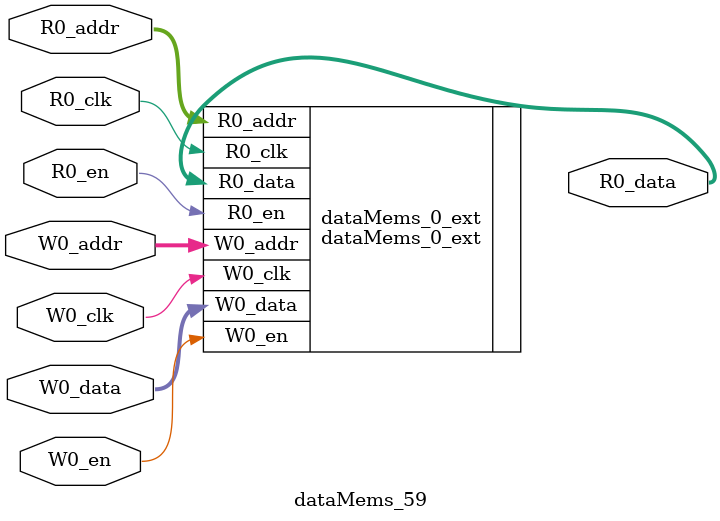
<source format=sv>
`ifndef RANDOMIZE
  `ifdef RANDOMIZE_REG_INIT
    `define RANDOMIZE
  `endif // RANDOMIZE_REG_INIT
`endif // not def RANDOMIZE
`ifndef RANDOMIZE
  `ifdef RANDOMIZE_MEM_INIT
    `define RANDOMIZE
  `endif // RANDOMIZE_MEM_INIT
`endif // not def RANDOMIZE

`ifndef RANDOM
  `define RANDOM $random
`endif // not def RANDOM

// Users can define 'PRINTF_COND' to add an extra gate to prints.
`ifndef PRINTF_COND_
  `ifdef PRINTF_COND
    `define PRINTF_COND_ (`PRINTF_COND)
  `else  // PRINTF_COND
    `define PRINTF_COND_ 1
  `endif // PRINTF_COND
`endif // not def PRINTF_COND_

// Users can define 'ASSERT_VERBOSE_COND' to add an extra gate to assert error printing.
`ifndef ASSERT_VERBOSE_COND_
  `ifdef ASSERT_VERBOSE_COND
    `define ASSERT_VERBOSE_COND_ (`ASSERT_VERBOSE_COND)
  `else  // ASSERT_VERBOSE_COND
    `define ASSERT_VERBOSE_COND_ 1
  `endif // ASSERT_VERBOSE_COND
`endif // not def ASSERT_VERBOSE_COND_

// Users can define 'STOP_COND' to add an extra gate to stop conditions.
`ifndef STOP_COND_
  `ifdef STOP_COND
    `define STOP_COND_ (`STOP_COND)
  `else  // STOP_COND
    `define STOP_COND_ 1
  `endif // STOP_COND
`endif // not def STOP_COND_

// Users can define INIT_RANDOM as general code that gets injected into the
// initializer block for modules with registers.
`ifndef INIT_RANDOM
  `define INIT_RANDOM
`endif // not def INIT_RANDOM

// If using random initialization, you can also define RANDOMIZE_DELAY to
// customize the delay used, otherwise 0.002 is used.
`ifndef RANDOMIZE_DELAY
  `define RANDOMIZE_DELAY 0.002
`endif // not def RANDOMIZE_DELAY

// Define INIT_RANDOM_PROLOG_ for use in our modules below.
`ifndef INIT_RANDOM_PROLOG_
  `ifdef RANDOMIZE
    `ifdef VERILATOR
      `define INIT_RANDOM_PROLOG_ `INIT_RANDOM
    `else  // VERILATOR
      `define INIT_RANDOM_PROLOG_ `INIT_RANDOM #`RANDOMIZE_DELAY begin end
    `endif // VERILATOR
  `else  // RANDOMIZE
    `define INIT_RANDOM_PROLOG_
  `endif // RANDOMIZE
`endif // not def INIT_RANDOM_PROLOG_

// Include register initializers in init blocks unless synthesis is set
`ifndef SYNTHESIS
  `ifndef ENABLE_INITIAL_REG_
    `define ENABLE_INITIAL_REG_
  `endif // not def ENABLE_INITIAL_REG_
`endif // not def SYNTHESIS

// Include rmemory initializers in init blocks unless synthesis is set
`ifndef SYNTHESIS
  `ifndef ENABLE_INITIAL_MEM_
    `define ENABLE_INITIAL_MEM_
  `endif // not def ENABLE_INITIAL_MEM_
`endif // not def SYNTHESIS

module dataMems_59(	// @[generators/ara/src/main/scala/UnsafeAXI4ToTL.scala:365:62]
  input  [4:0]   R0_addr,
  input          R0_en,
  input          R0_clk,
  output [514:0] R0_data,
  input  [4:0]   W0_addr,
  input          W0_en,
  input          W0_clk,
  input  [514:0] W0_data
);

  dataMems_0_ext dataMems_0_ext (	// @[generators/ara/src/main/scala/UnsafeAXI4ToTL.scala:365:62]
    .R0_addr (R0_addr),
    .R0_en   (R0_en),
    .R0_clk  (R0_clk),
    .R0_data (R0_data),
    .W0_addr (W0_addr),
    .W0_en   (W0_en),
    .W0_clk  (W0_clk),
    .W0_data (W0_data)
  );
endmodule


</source>
